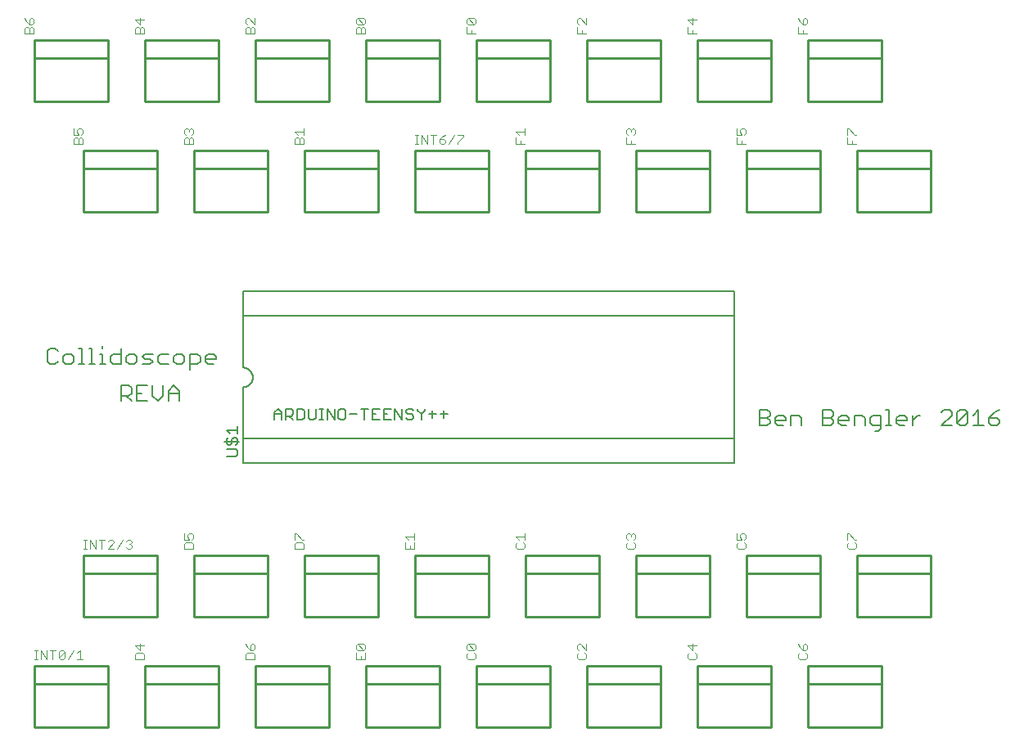
<source format=gto>

f@12: G75*
f@12: %MOIN*%
f@12: %OFA0B0*%
f@12: %FSLAX25Y25*%
f@12: %IPPOS*%
f@12: %LPD*%
f@12: %AMOC8*
f@12: 5,1,8,0,0,1.08239X$1,22.5*
f@12: %
f@12: %ADD10C,0.00600*%
f@12: %ADD11C,0.00500*%
f@12: %ADD12C,0.01000*%
f@12: %ADD13C,0.00400*%
f@12: D10*
f@12: X0111800Y0131800D02*
f@12: X0111800Y0141800D01*
f@12: X0111800Y0162800D01*
f@12: X0111926Y0162802D01*
f@12: X0112051Y0162808D01*
f@12: X0112176Y0162818D01*
f@12: X0112301Y0162832D01*
f@12: X0112426Y0162849D01*
f@12: X0112550Y0162871D01*
f@12: X0112673Y0162896D01*
f@12: X0112795Y0162926D01*
f@12: X0112916Y0162959D01*
f@12: X0113036Y0162996D01*
f@12: X0113155Y0163036D01*
f@12: X0113272Y0163081D01*
f@12: X0113389Y0163129D01*
f@12: X0113503Y0163181D01*
f@12: X0113616Y0163236D01*
f@12: X0113727Y0163295D01*
f@12: X0113836Y0163357D01*
f@12: X0113943Y0163423D01*
f@12: X0114048Y0163492D01*
f@12: X0114151Y0163564D01*
f@12: X0114252Y0163639D01*
f@12: X0114350Y0163718D01*
f@12: X0114445Y0163800D01*
f@12: X0114538Y0163884D01*
f@12: X0114628Y0163972D01*
f@12: X0114716Y0164062D01*
f@12: X0114800Y0164155D01*
f@12: X0114882Y0164250D01*
f@12: X0114961Y0164348D01*
f@12: X0115036Y0164449D01*
f@12: X0115108Y0164552D01*
f@12: X0115177Y0164657D01*
f@12: X0115243Y0164764D01*
f@12: X0115305Y0164873D01*
f@12: X0115364Y0164984D01*
f@12: X0115419Y0165097D01*
f@12: X0115471Y0165211D01*
f@12: X0115519Y0165328D01*
f@12: X0115564Y0165445D01*
f@12: X0115604Y0165564D01*
f@12: X0115641Y0165684D01*
f@12: X0115674Y0165805D01*
f@12: X0115704Y0165927D01*
f@12: X0115729Y0166050D01*
f@12: X0115751Y0166174D01*
f@12: X0115768Y0166299D01*
f@12: X0115782Y0166424D01*
f@12: X0115792Y0166549D01*
f@12: X0115798Y0166674D01*
f@12: X0115800Y0166800D01*
f@12: X0115798Y0166926D01*
f@12: X0115792Y0167051D01*
f@12: X0115782Y0167176D01*
f@12: X0115768Y0167301D01*
f@12: X0115751Y0167426D01*
f@12: X0115729Y0167550D01*
f@12: X0115704Y0167673D01*
f@12: X0115674Y0167795D01*
f@12: X0115641Y0167916D01*
f@12: X0115604Y0168036D01*
f@12: X0115564Y0168155D01*
f@12: X0115519Y0168272D01*
f@12: X0115471Y0168389D01*
f@12: X0115419Y0168503D01*
f@12: X0115364Y0168616D01*
f@12: X0115305Y0168727D01*
f@12: X0115243Y0168836D01*
f@12: X0115177Y0168943D01*
f@12: X0115108Y0169048D01*
f@12: X0115036Y0169151D01*
f@12: X0114961Y0169252D01*
f@12: X0114882Y0169350D01*
f@12: X0114800Y0169445D01*
f@12: X0114716Y0169538D01*
f@12: X0114628Y0169628D01*
f@12: X0114538Y0169716D01*
f@12: X0114445Y0169800D01*
f@12: X0114350Y0169882D01*
f@12: X0114252Y0169961D01*
f@12: X0114151Y0170036D01*
f@12: X0114048Y0170108D01*
f@12: X0113943Y0170177D01*
f@12: X0113836Y0170243D01*
f@12: X0113727Y0170305D01*
f@12: X0113616Y0170364D01*
f@12: X0113503Y0170419D01*
f@12: X0113389Y0170471D01*
f@12: X0113272Y0170519D01*
f@12: X0113155Y0170564D01*
f@12: X0113036Y0170604D01*
f@12: X0112916Y0170641D01*
f@12: X0112795Y0170674D01*
f@12: X0112673Y0170704D01*
f@12: X0112550Y0170729D01*
f@12: X0112426Y0170751D01*
f@12: X0112301Y0170768D01*
f@12: X0112176Y0170782D01*
f@12: X0112051Y0170792D01*
f@12: X0111926Y0170798D01*
f@12: X0111800Y0170800D01*
f@12: X0111800Y0191800D01*
f@12: X0311800Y0191800D01*
f@12: X0311800Y0141800D01*
f@12: X0311800Y0131800D01*
f@12: X0111800Y0131800D01*
f@12: X0111800Y0141800D02*
f@12: X0311800Y0141800D01*
f@12: X0322100Y0147100D02*
f@12: X0325303Y0147100D01*
f@12: X0326370Y0148168D01*
f@12: X0326370Y0149235D01*
f@12: X0325303Y0150303D01*
f@12: X0322100Y0150303D01*
f@12: X0322100Y0153505D02*
f@12: X0322100Y0147100D01*
f@12: X0325303Y0150303D02*
f@12: X0326370Y0151370D01*
f@12: X0326370Y0152438D01*
f@12: X0325303Y0153505D01*
f@12: X0322100Y0153505D01*
f@12: X0328545Y0150303D02*
f@12: X0328545Y0148168D01*
f@12: X0329613Y0147100D01*
f@12: X0331748Y0147100D01*
f@12: X0332816Y0149235D02*
f@12: X0328545Y0149235D01*
f@12: X0328545Y0150303D02*
f@12: X0329613Y0151370D01*
f@12: X0331748Y0151370D01*
f@12: X0332816Y0150303D01*
f@12: X0332816Y0149235D01*
f@12: X0334991Y0147100D02*
f@12: X0334991Y0151370D01*
f@12: X0338194Y0151370D01*
f@12: X0339261Y0150303D01*
f@12: X0339261Y0147100D01*
f@12: X0347882Y0147100D02*
f@12: X0347882Y0153505D01*
f@12: X0351085Y0153505D01*
f@12: X0352152Y0152438D01*
f@12: X0352152Y0151370D01*
f@12: X0351085Y0150303D01*
f@12: X0347882Y0150303D01*
f@12: X0351085Y0150303D02*
f@12: X0352152Y0149235D01*
f@12: X0352152Y0148168D01*
f@12: X0351085Y0147100D01*
f@12: X0347882Y0147100D01*
f@12: X0354327Y0148168D02*
f@12: X0354327Y0150303D01*
f@12: X0355395Y0151370D01*
f@12: X0357530Y0151370D01*
f@12: X0358598Y0150303D01*
f@12: X0358598Y0149235D01*
f@12: X0354327Y0149235D01*
f@12: X0354327Y0148168D02*
f@12: X0355395Y0147100D01*
f@12: X0357530Y0147100D01*
f@12: X0360773Y0147100D02*
f@12: X0360773Y0151370D01*
f@12: X0363976Y0151370D01*
f@12: X0365043Y0150303D01*
f@12: X0365043Y0147100D01*
f@12: X0367218Y0148168D02*
f@12: X0367218Y0150303D01*
f@12: X0368286Y0151370D01*
f@12: X0371489Y0151370D01*
f@12: X0371489Y0146032D01*
f@12: X0370421Y0144965D01*
f@12: X0369354Y0144965D01*
f@12: X0368286Y0147100D02*
f@12: X0371489Y0147100D01*
f@12: X0373664Y0147100D02*
f@12: X0375799Y0147100D01*
f@12: X0374732Y0147100D02*
f@12: X0374732Y0153505D01*
f@12: X0373664Y0153505D01*
f@12: X0377961Y0150303D02*
f@12: X0379029Y0151370D01*
f@12: X0381164Y0151370D01*
f@12: X0382231Y0150303D01*
f@12: X0382231Y0149235D01*
f@12: X0377961Y0149235D01*
f@12: X0377961Y0148168D02*
f@12: X0377961Y0150303D01*
f@12: X0377961Y0148168D02*
f@12: X0379029Y0147100D01*
f@12: X0381164Y0147100D01*
f@12: X0384406Y0147100D02*
f@12: X0384406Y0151370D01*
f@12: X0384406Y0149235D02*
f@12: X0386542Y0151370D01*
f@12: X0387609Y0151370D01*
f@12: X0396223Y0152438D02*
f@12: X0397291Y0153505D01*
f@12: X0399426Y0153505D01*
f@12: X0400494Y0152438D01*
f@12: X0400494Y0151370D01*
f@12: X0396223Y0147100D01*
f@12: X0400494Y0147100D01*
f@12: X0402669Y0148168D02*
f@12: X0406939Y0152438D01*
f@12: X0406939Y0148168D01*
f@12: X0405871Y0147100D01*
f@12: X0403736Y0147100D01*
f@12: X0402669Y0148168D01*
f@12: X0402669Y0152438D01*
f@12: X0403736Y0153505D01*
f@12: X0405871Y0153505D01*
f@12: X0406939Y0152438D01*
f@12: X0409114Y0151370D02*
f@12: X0411249Y0153505D01*
f@12: X0411249Y0147100D01*
f@12: X0409114Y0147100D02*
f@12: X0413385Y0147100D01*
f@12: X0415560Y0148168D02*
f@12: X0416627Y0147100D01*
f@12: X0418762Y0147100D01*
f@12: X0419830Y0148168D01*
f@12: X0419830Y0149235D01*
f@12: X0418762Y0150303D01*
f@12: X0415560Y0150303D01*
f@12: X0415560Y0148168D01*
f@12: X0415560Y0150303D02*
f@12: X0417695Y0152438D01*
f@12: X0419830Y0153505D01*
f@12: X0368286Y0147100D02*
f@12: X0367218Y0148168D01*
f@12: X0311800Y0191800D02*
f@12: X0311800Y0201800D01*
f@12: X0111800Y0201800D01*
f@12: X0111800Y0191800D01*
f@12: X0099758Y0176370D02*
f@12: X0097623Y0176370D01*
f@12: X0096555Y0175303D01*
f@12: X0096555Y0173168D01*
f@12: X0097623Y0172100D01*
f@12: X0099758Y0172100D01*
f@12: X0100825Y0174235D02*
f@12: X0096555Y0174235D01*
f@12: X0094380Y0173168D02*
f@12: X0093312Y0172100D01*
f@12: X0090109Y0172100D01*
f@12: X0090109Y0169965D02*
f@12: X0090109Y0176370D01*
f@12: X0093312Y0176370D01*
f@12: X0094380Y0175303D01*
f@12: X0094380Y0173168D01*
f@12: X0099758Y0176370D02*
f@12: X0100825Y0175303D01*
f@12: X0100825Y0174235D01*
f@12: X0087934Y0173168D02*
f@12: X0086867Y0172100D01*
f@12: X0084732Y0172100D01*
f@12: X0083664Y0173168D01*
f@12: X0083664Y0175303D01*
f@12: X0084732Y0176370D01*
f@12: X0086867Y0176370D01*
f@12: X0087934Y0175303D01*
f@12: X0087934Y0173168D01*
f@12: X0081489Y0172100D02*
f@12: X0078286Y0172100D01*
f@12: X0077218Y0173168D01*
f@12: X0077218Y0175303D01*
f@12: X0078286Y0176370D01*
f@12: X0081489Y0176370D01*
f@12: X0075043Y0176370D02*
f@12: X0071841Y0176370D01*
f@12: X0070773Y0175303D01*
f@12: X0071841Y0174235D01*
f@12: X0073976Y0174235D01*
f@12: X0075043Y0173168D01*
f@12: X0073976Y0172100D01*
f@12: X0070773Y0172100D01*
f@12: X0068598Y0173168D02*
f@12: X0068598Y0175303D01*
f@12: X0067530Y0176370D01*
f@12: X0065395Y0176370D01*
f@12: X0064327Y0175303D01*
f@12: X0064327Y0173168D01*
f@12: X0065395Y0172100D01*
f@12: X0067530Y0172100D01*
f@12: X0068598Y0173168D01*
f@12: X0062152Y0172100D02*
f@12: X0058950Y0172100D01*
f@12: X0057882Y0173168D01*
f@12: X0057882Y0175303D01*
f@12: X0058950Y0176370D01*
f@12: X0062152Y0176370D01*
f@12: X0062152Y0178505D02*
f@12: X0062152Y0172100D01*
f@12: X0055720Y0172100D02*
f@12: X0053585Y0172100D01*
f@12: X0054653Y0172100D02*
f@12: X0054653Y0176370D01*
f@12: X0053585Y0176370D01*
f@12: X0054653Y0178505D02*
f@12: X0054653Y0179573D01*
f@12: X0050356Y0178505D02*
f@12: X0050356Y0172100D01*
f@12: X0051423Y0172100D02*
f@12: X0049288Y0172100D01*
f@12: X0047126Y0172100D02*
f@12: X0044991Y0172100D01*
f@12: X0046059Y0172100D02*
f@12: X0046059Y0178505D01*
f@12: X0044991Y0178505D01*
f@12: X0042816Y0175303D02*
f@12: X0041748Y0176370D01*
f@12: X0039613Y0176370D01*
f@12: X0038545Y0175303D01*
f@12: X0038545Y0173168D01*
f@12: X0039613Y0172100D01*
f@12: X0041748Y0172100D01*
f@12: X0042816Y0173168D01*
f@12: X0042816Y0175303D01*
f@12: X0049288Y0178505D02*
f@12: X0050356Y0178505D01*
f@12: X0036370Y0177438D02*
f@12: X0035303Y0178505D01*
f@12: X0033168Y0178505D01*
f@12: X0032100Y0177438D01*
f@12: X0032100Y0173168D01*
f@12: X0033168Y0172100D01*
f@12: X0035303Y0172100D01*
f@12: X0036370Y0173168D01*
f@12: X0062100Y0163505D02*
f@12: X0062100Y0157100D01*
f@12: X0062100Y0159235D02*
f@12: X0065303Y0159235D01*
f@12: X0066370Y0160303D01*
f@12: X0066370Y0162438D01*
f@12: X0065303Y0163505D01*
f@12: X0062100Y0163505D01*
f@12: X0064235Y0159235D02*
f@12: X0066370Y0157100D01*
f@12: X0068545Y0157100D02*
f@12: X0072816Y0157100D01*
f@12: X0074991Y0159235D02*
f@12: X0077126Y0157100D01*
f@12: X0079261Y0159235D01*
f@12: X0079261Y0163505D01*
f@12: X0081436Y0161370D02*
f@12: X0083572Y0163505D01*
f@12: X0085707Y0161370D01*
f@12: X0085707Y0157100D01*
f@12: X0085707Y0160303D02*
f@12: X0081436Y0160303D01*
f@12: X0081436Y0161370D02*
f@12: X0081436Y0157100D01*
f@12: X0074991Y0159235D02*
f@12: X0074991Y0163505D01*
f@12: X0072816Y0163505D02*
f@12: X0068545Y0163505D01*
f@12: X0068545Y0157100D01*
f@12: X0068545Y0160303D02*
f@12: X0070681Y0160303D01*
f@12: D11*
f@12: X0105046Y0145259D02*
f@12: X0109550Y0145259D01*
f@12: X0109550Y0143758D02*
f@12: X0109550Y0146760D01*
f@12: X0106547Y0143758D02*
f@12: X0105046Y0145259D01*
f@12: X0105797Y0142156D02*
f@12: X0105046Y0141406D01*
f@12: X0105046Y0139905D01*
f@12: X0105797Y0139154D01*
f@12: X0106547Y0139154D01*
f@12: X0107298Y0139905D01*
f@12: X0107298Y0141406D01*
f@12: X0108049Y0142156D01*
f@12: X0108799Y0142156D01*
f@12: X0109550Y0141406D01*
f@12: X0109550Y0139905D01*
f@12: X0108799Y0139154D01*
f@12: X0108799Y0137553D02*
f@12: X0105046Y0137553D01*
f@12: X0105046Y0134550D02*
f@12: X0108799Y0134550D01*
f@12: X0109550Y0135301D01*
f@12: X0109550Y0136802D01*
f@12: X0108799Y0137553D01*
f@12: X0110301Y0140655D02*
f@12: X0104296Y0140655D01*
f@12: X0124550Y0149550D02*
f@12: X0124550Y0152553D01*
f@12: X0126051Y0154054D01*
f@12: X0127553Y0152553D01*
f@12: X0127553Y0149550D01*
f@12: X0129154Y0149550D02*
f@12: X0129154Y0154054D01*
f@12: X0131406Y0154054D01*
f@12: X0132156Y0153303D01*
f@12: X0132156Y0151802D01*
f@12: X0131406Y0151051D01*
f@12: X0129154Y0151051D01*
f@12: X0130655Y0151051D02*
f@12: X0132156Y0149550D01*
f@12: X0133758Y0149550D02*
f@12: X0136010Y0149550D01*
f@12: X0136760Y0150301D01*
f@12: X0136760Y0153303D01*
f@12: X0136010Y0154054D01*
f@12: X0133758Y0154054D01*
f@12: X0133758Y0149550D01*
f@12: X0138362Y0150301D02*
f@12: X0138362Y0154054D01*
f@12: X0141364Y0154054D02*
f@12: X0141364Y0150301D01*
f@12: X0140614Y0149550D01*
f@12: X0139112Y0149550D01*
f@12: X0138362Y0150301D01*
f@12: X0142966Y0149550D02*
f@12: X0144467Y0149550D01*
f@12: X0143716Y0149550D02*
f@12: X0143716Y0154054D01*
f@12: X0142966Y0154054D02*
f@12: X0144467Y0154054D01*
f@12: X0146035Y0154054D02*
f@12: X0146035Y0149550D01*
f@12: X0149038Y0149550D02*
f@12: X0146035Y0154054D01*
f@12: X0149038Y0154054D02*
f@12: X0149038Y0149550D01*
f@12: X0150639Y0150301D02*
f@12: X0151390Y0149550D01*
f@12: X0152891Y0149550D01*
f@12: X0153641Y0150301D01*
f@12: X0153641Y0153303D01*
f@12: X0152891Y0154054D01*
f@12: X0151390Y0154054D01*
f@12: X0150639Y0153303D01*
f@12: X0150639Y0150301D01*
f@12: X0155243Y0151802D02*
f@12: X0158245Y0151802D01*
f@12: X0159847Y0154054D02*
f@12: X0162849Y0154054D01*
f@12: X0161348Y0154054D02*
f@12: X0161348Y0149550D01*
f@12: X0164451Y0149550D02*
f@12: X0164451Y0154054D01*
f@12: X0167453Y0154054D01*
f@12: X0169055Y0154054D02*
f@12: X0169055Y0149550D01*
f@12: X0172057Y0149550D01*
f@12: X0173659Y0149550D02*
f@12: X0173659Y0154054D01*
f@12: X0176661Y0149550D01*
f@12: X0176661Y0154054D01*
f@12: X0178262Y0153303D02*
f@12: X0178262Y0152553D01*
f@12: X0179013Y0151802D01*
f@12: X0180514Y0151802D01*
f@12: X0181265Y0151051D01*
f@12: X0181265Y0150301D01*
f@12: X0180514Y0149550D01*
f@12: X0179013Y0149550D01*
f@12: X0178262Y0150301D01*
f@12: X0178262Y0153303D02*
f@12: X0179013Y0154054D01*
f@12: X0180514Y0154054D01*
f@12: X0181265Y0153303D01*
f@12: X0182866Y0153303D02*
f@12: X0184368Y0151802D01*
f@12: X0184368Y0149550D01*
f@12: X0184368Y0151802D02*
f@12: X0185869Y0153303D01*
f@12: X0185869Y0154054D01*
f@12: X0187470Y0151802D02*
f@12: X0190473Y0151802D01*
f@12: X0192074Y0151802D02*
f@12: X0195077Y0151802D01*
f@12: X0193576Y0153303D02*
f@12: X0193576Y0150301D01*
f@12: X0188972Y0150301D02*
f@12: X0188972Y0153303D01*
f@12: X0182866Y0153303D02*
f@12: X0182866Y0154054D01*
f@12: X0172057Y0154054D02*
f@12: X0169055Y0154054D01*
f@12: X0169055Y0151802D02*
f@12: X0170556Y0151802D01*
f@12: X0167453Y0149550D02*
f@12: X0164451Y0149550D01*
f@12: X0164451Y0151802D02*
f@12: X0165952Y0151802D01*
f@12: X0127553Y0151802D02*
f@12: X0124550Y0151802D01*
f@12: D12*
f@12: X0026800Y0041800D02*
f@12: X0026800Y0024300D01*
f@12: X0056800Y0024300D01*
f@12: X0056800Y0041800D01*
f@12: X0026800Y0041800D01*
f@12: X0026800Y0049300D01*
f@12: X0056800Y0049300D01*
f@12: X0056800Y0041800D01*
f@12: X0071800Y0041800D02*
f@12: X0101800Y0041800D01*
f@12: X0101800Y0024300D01*
f@12: X0071800Y0024300D01*
f@12: X0071800Y0041800D01*
f@12: X0071800Y0049300D01*
f@12: X0101800Y0049300D01*
f@12: X0101800Y0041800D01*
f@12: X0116800Y0041800D02*
f@12: X0146800Y0041800D01*
f@12: X0146800Y0024300D01*
f@12: X0116800Y0024300D01*
f@12: X0116800Y0041800D01*
f@12: X0116800Y0049300D01*
f@12: X0146800Y0049300D01*
f@12: X0146800Y0041800D01*
f@12: X0161800Y0041800D02*
f@12: X0191800Y0041800D01*
f@12: X0191800Y0024300D01*
f@12: X0161800Y0024300D01*
f@12: X0161800Y0041800D01*
f@12: X0161800Y0049300D01*
f@12: X0191800Y0049300D01*
f@12: X0191800Y0041800D01*
f@12: X0206800Y0041800D02*
f@12: X0236800Y0041800D01*
f@12: X0236800Y0024300D01*
f@12: X0206800Y0024300D01*
f@12: X0206800Y0041800D01*
f@12: X0206800Y0049300D01*
f@12: X0236800Y0049300D01*
f@12: X0236800Y0041800D01*
f@12: X0251800Y0041800D02*
f@12: X0281800Y0041800D01*
f@12: X0281800Y0024300D01*
f@12: X0251800Y0024300D01*
f@12: X0251800Y0041800D01*
f@12: X0251800Y0049300D01*
f@12: X0281800Y0049300D01*
f@12: X0281800Y0041800D01*
f@12: X0296800Y0041800D02*
f@12: X0326800Y0041800D01*
f@12: X0326800Y0024300D01*
f@12: X0296800Y0024300D01*
f@12: X0296800Y0041800D01*
f@12: X0296800Y0049300D01*
f@12: X0326800Y0049300D01*
f@12: X0326800Y0041800D01*
f@12: X0341800Y0041800D02*
f@12: X0371800Y0041800D01*
f@12: X0371800Y0024300D01*
f@12: X0341800Y0024300D01*
f@12: X0341800Y0041800D01*
f@12: X0341800Y0049300D01*
f@12: X0371800Y0049300D01*
f@12: X0371800Y0041800D01*
f@12: X0361800Y0069300D02*
f@12: X0361800Y0086800D01*
f@12: X0391800Y0086800D01*
f@12: X0391800Y0069300D01*
f@12: X0361800Y0069300D01*
f@12: X0346800Y0069300D02*
f@12: X0316800Y0069300D01*
f@12: X0316800Y0086800D01*
f@12: X0346800Y0086800D01*
f@12: X0346800Y0069300D01*
f@12: X0346800Y0086800D02*
f@12: X0346800Y0094300D01*
f@12: X0316800Y0094300D01*
f@12: X0316800Y0086800D01*
f@12: X0301800Y0086800D02*
f@12: X0271800Y0086800D01*
f@12: X0271800Y0094300D01*
f@12: X0301800Y0094300D01*
f@12: X0301800Y0086800D01*
f@12: X0301800Y0069300D01*
f@12: X0271800Y0069300D01*
f@12: X0271800Y0086800D01*
f@12: X0256800Y0086800D02*
f@12: X0226800Y0086800D01*
f@12: X0226800Y0094300D01*
f@12: X0256800Y0094300D01*
f@12: X0256800Y0086800D01*
f@12: X0256800Y0069300D01*
f@12: X0226800Y0069300D01*
f@12: X0226800Y0086800D01*
f@12: X0211800Y0086800D02*
f@12: X0181800Y0086800D01*
f@12: X0181800Y0094300D01*
f@12: X0211800Y0094300D01*
f@12: X0211800Y0086800D01*
f@12: X0211800Y0069300D01*
f@12: X0181800Y0069300D01*
f@12: X0181800Y0086800D01*
f@12: X0166800Y0086800D02*
f@12: X0136800Y0086800D01*
f@12: X0136800Y0094300D01*
f@12: X0166800Y0094300D01*
f@12: X0166800Y0086800D01*
f@12: X0166800Y0069300D01*
f@12: X0136800Y0069300D01*
f@12: X0136800Y0086800D01*
f@12: X0121800Y0086800D02*
f@12: X0091800Y0086800D01*
f@12: X0091800Y0094300D01*
f@12: X0121800Y0094300D01*
f@12: X0121800Y0086800D01*
f@12: X0121800Y0069300D01*
f@12: X0091800Y0069300D01*
f@12: X0091800Y0086800D01*
f@12: X0076800Y0086800D02*
f@12: X0046800Y0086800D01*
f@12: X0046800Y0094300D01*
f@12: X0076800Y0094300D01*
f@12: X0076800Y0086800D01*
f@12: X0076800Y0069300D01*
f@12: X0046800Y0069300D01*
f@12: X0046800Y0086800D01*
f@12: X0046800Y0234300D02*
f@12: X0046800Y0251800D01*
f@12: X0076800Y0251800D01*
f@12: X0076800Y0234300D01*
f@12: X0046800Y0234300D01*
f@12: X0046800Y0251800D02*
f@12: X0046800Y0259300D01*
f@12: X0076800Y0259300D01*
f@12: X0076800Y0251800D01*
f@12: X0091800Y0251800D02*
f@12: X0121800Y0251800D01*
f@12: X0121800Y0234300D01*
f@12: X0091800Y0234300D01*
f@12: X0091800Y0251800D01*
f@12: X0091800Y0259300D01*
f@12: X0121800Y0259300D01*
f@12: X0121800Y0251800D01*
f@12: X0136800Y0251800D02*
f@12: X0166800Y0251800D01*
f@12: X0166800Y0234300D01*
f@12: X0136800Y0234300D01*
f@12: X0136800Y0251800D01*
f@12: X0136800Y0259300D01*
f@12: X0166800Y0259300D01*
f@12: X0166800Y0251800D01*
f@12: X0181800Y0251800D02*
f@12: X0211800Y0251800D01*
f@12: X0211800Y0234300D01*
f@12: X0181800Y0234300D01*
f@12: X0181800Y0251800D01*
f@12: X0181800Y0259300D01*
f@12: X0211800Y0259300D01*
f@12: X0211800Y0251800D01*
f@12: X0226800Y0251800D02*
f@12: X0256800Y0251800D01*
f@12: X0256800Y0234300D01*
f@12: X0226800Y0234300D01*
f@12: X0226800Y0251800D01*
f@12: X0226800Y0259300D01*
f@12: X0256800Y0259300D01*
f@12: X0256800Y0251800D01*
f@12: X0271800Y0251800D02*
f@12: X0301800Y0251800D01*
f@12: X0301800Y0234300D01*
f@12: X0271800Y0234300D01*
f@12: X0271800Y0251800D01*
f@12: X0271800Y0259300D01*
f@12: X0301800Y0259300D01*
f@12: X0301800Y0251800D01*
f@12: X0316800Y0251800D02*
f@12: X0346800Y0251800D01*
f@12: X0346800Y0234300D01*
f@12: X0316800Y0234300D01*
f@12: X0316800Y0251800D01*
f@12: X0316800Y0259300D01*
f@12: X0346800Y0259300D01*
f@12: X0346800Y0251800D01*
f@12: X0361800Y0251800D02*
f@12: X0391800Y0251800D01*
f@12: X0391800Y0234300D01*
f@12: X0361800Y0234300D01*
f@12: X0361800Y0251800D01*
f@12: X0361800Y0259300D01*
f@12: X0391800Y0259300D01*
f@12: X0391800Y0251800D01*
f@12: X0371800Y0279300D02*
f@12: X0341800Y0279300D01*
f@12: X0341800Y0296800D01*
f@12: X0371800Y0296800D01*
f@12: X0371800Y0279300D01*
f@12: X0371800Y0296800D02*
f@12: X0371800Y0304300D01*
f@12: X0341800Y0304300D01*
f@12: X0341800Y0296800D01*
f@12: X0326800Y0296800D02*
f@12: X0296800Y0296800D01*
f@12: X0296800Y0304300D01*
f@12: X0326800Y0304300D01*
f@12: X0326800Y0296800D01*
f@12: X0326800Y0279300D01*
f@12: X0296800Y0279300D01*
f@12: X0296800Y0296800D01*
f@12: X0281800Y0296800D02*
f@12: X0251800Y0296800D01*
f@12: X0251800Y0304300D01*
f@12: X0281800Y0304300D01*
f@12: X0281800Y0296800D01*
f@12: X0281800Y0279300D01*
f@12: X0251800Y0279300D01*
f@12: X0251800Y0296800D01*
f@12: X0236800Y0296800D02*
f@12: X0206800Y0296800D01*
f@12: X0206800Y0304300D01*
f@12: X0236800Y0304300D01*
f@12: X0236800Y0296800D01*
f@12: X0236800Y0279300D01*
f@12: X0206800Y0279300D01*
f@12: X0206800Y0296800D01*
f@12: X0191800Y0296800D02*
f@12: X0161800Y0296800D01*
f@12: X0161800Y0304300D01*
f@12: X0191800Y0304300D01*
f@12: X0191800Y0296800D01*
f@12: X0191800Y0279300D01*
f@12: X0161800Y0279300D01*
f@12: X0161800Y0296800D01*
f@12: X0146800Y0296800D02*
f@12: X0116800Y0296800D01*
f@12: X0116800Y0304300D01*
f@12: X0146800Y0304300D01*
f@12: X0146800Y0296800D01*
f@12: X0146800Y0279300D01*
f@12: X0116800Y0279300D01*
f@12: X0116800Y0296800D01*
f@12: X0101800Y0296800D02*
f@12: X0071800Y0296800D01*
f@12: X0071800Y0304300D01*
f@12: X0101800Y0304300D01*
f@12: X0101800Y0296800D01*
f@12: X0101800Y0279300D01*
f@12: X0071800Y0279300D01*
f@12: X0071800Y0296800D01*
f@12: X0056800Y0296800D02*
f@12: X0026800Y0296800D01*
f@12: X0026800Y0304300D01*
f@12: X0056800Y0304300D01*
f@12: X0056800Y0296800D01*
f@12: X0056800Y0279300D01*
f@12: X0026800Y0279300D01*
f@12: X0026800Y0296800D01*
f@12: X0361800Y0094300D02*
f@12: X0361800Y0086800D01*
f@12: X0361800Y0094300D02*
f@12: X0391800Y0094300D01*
f@12: X0391800Y0086800D01*
f@12: D13*
f@12: X0361600Y0097601D02*
f@12: X0361600Y0098802D01*
f@12: X0360999Y0099402D01*
f@12: X0360999Y0100683D02*
f@12: X0361600Y0100683D01*
f@12: X0360999Y0100683D02*
f@12: X0358597Y0103085D01*
f@12: X0357997Y0103085D01*
f@12: X0357997Y0100683D01*
f@12: X0358597Y0099402D02*
f@12: X0357997Y0098802D01*
f@12: X0357997Y0097601D01*
f@12: X0358597Y0097000D01*
f@12: X0360999Y0097000D01*
f@12: X0361600Y0097601D01*
f@12: X0340999Y0058085D02*
f@12: X0340399Y0058085D01*
f@12: X0339798Y0057485D01*
f@12: X0339798Y0055683D01*
f@12: X0340999Y0055683D01*
f@12: X0341600Y0056284D01*
f@12: X0341600Y0057485D01*
f@12: X0340999Y0058085D01*
f@12: X0338597Y0056884D02*
f@12: X0339798Y0055683D01*
f@12: X0338597Y0056884D02*
f@12: X0337997Y0058085D01*
f@12: X0338597Y0054402D02*
f@12: X0337997Y0053802D01*
f@12: X0337997Y0052601D01*
f@12: X0338597Y0052000D01*
f@12: X0340999Y0052000D01*
f@12: X0341600Y0052601D01*
f@12: X0341600Y0053802D01*
f@12: X0340999Y0054402D01*
f@12: X0296600Y0053802D02*
f@12: X0295999Y0054402D01*
f@12: X0296600Y0053802D02*
f@12: X0296600Y0052601D01*
f@12: X0295999Y0052000D01*
f@12: X0293597Y0052000D01*
f@12: X0292997Y0052601D01*
f@12: X0292997Y0053802D01*
f@12: X0293597Y0054402D01*
f@12: X0294798Y0055683D02*
f@12: X0294798Y0058085D01*
f@12: X0292997Y0057485D02*
f@12: X0294798Y0055683D01*
f@12: X0292997Y0057485D02*
f@12: X0296600Y0057485D01*
f@12: X0251600Y0058085D02*
f@12: X0251600Y0055683D01*
f@12: X0249198Y0058085D01*
f@12: X0248597Y0058085D01*
f@12: X0247997Y0057485D01*
f@12: X0247997Y0056284D01*
f@12: X0248597Y0055683D01*
f@12: X0248597Y0054402D02*
f@12: X0247997Y0053802D01*
f@12: X0247997Y0052601D01*
f@12: X0248597Y0052000D01*
f@12: X0250999Y0052000D01*
f@12: X0251600Y0052601D01*
f@12: X0251600Y0053802D01*
f@12: X0250999Y0054402D01*
f@12: X0206600Y0053802D02*
f@12: X0205999Y0054402D01*
f@12: X0206600Y0053802D02*
f@12: X0206600Y0052601D01*
f@12: X0205999Y0052000D01*
f@12: X0203597Y0052000D01*
f@12: X0202997Y0052601D01*
f@12: X0202997Y0053802D01*
f@12: X0203597Y0054402D01*
f@12: X0203597Y0055683D02*
f@12: X0202997Y0056284D01*
f@12: X0202997Y0057485D01*
f@12: X0203597Y0058085D01*
f@12: X0205999Y0055683D01*
f@12: X0206600Y0056284D01*
f@12: X0206600Y0057485D01*
f@12: X0205999Y0058085D01*
f@12: X0203597Y0058085D01*
f@12: X0203597Y0055683D02*
f@12: X0205999Y0055683D01*
f@12: X0161600Y0056284D02*
f@12: X0160999Y0055683D01*
f@12: X0158597Y0058085D01*
f@12: X0160999Y0058085D01*
f@12: X0161600Y0057485D01*
f@12: X0161600Y0056284D01*
f@12: X0160999Y0055683D02*
f@12: X0158597Y0055683D01*
f@12: X0157997Y0056284D01*
f@12: X0157997Y0057485D01*
f@12: X0158597Y0058085D01*
f@12: X0157997Y0054402D02*
f@12: X0157997Y0052000D01*
f@12: X0161600Y0052000D01*
f@12: X0161600Y0054402D01*
f@12: X0159798Y0053201D02*
f@12: X0159798Y0052000D01*
f@12: X0116600Y0052000D02*
f@12: X0116600Y0053802D01*
f@12: X0115999Y0054402D01*
f@12: X0113597Y0054402D01*
f@12: X0112997Y0053802D01*
f@12: X0112997Y0052000D01*
f@12: X0116600Y0052000D01*
f@12: X0115999Y0055683D02*
f@12: X0116600Y0056284D01*
f@12: X0116600Y0057485D01*
f@12: X0115999Y0058085D01*
f@12: X0115399Y0058085D01*
f@12: X0114798Y0057485D01*
f@12: X0114798Y0055683D01*
f@12: X0115999Y0055683D01*
f@12: X0114798Y0055683D02*
f@12: X0113597Y0056884D01*
f@12: X0112997Y0058085D01*
f@12: X0071600Y0057485D02*
f@12: X0067997Y0057485D01*
f@12: X0069798Y0055683D01*
f@12: X0069798Y0058085D01*
f@12: X0068597Y0054402D02*
f@12: X0067997Y0053802D01*
f@12: X0067997Y0052000D01*
f@12: X0071600Y0052000D01*
f@12: X0071600Y0053802D01*
f@12: X0070999Y0054402D01*
f@12: X0068597Y0054402D01*
f@12: X0046590Y0052000D02*
f@12: X0044188Y0052000D01*
f@12: X0045389Y0052000D02*
f@12: X0045389Y0055603D01*
f@12: X0044188Y0054402D01*
f@12: X0042907Y0055603D02*
f@12: X0040505Y0052000D01*
f@12: X0039224Y0052601D02*
f@12: X0038623Y0052000D01*
f@12: X0037422Y0052000D01*
f@12: X0036822Y0052601D01*
f@12: X0039224Y0055003D01*
f@12: X0039224Y0052601D01*
f@12: X0039224Y0055003D02*
f@12: X0038623Y0055603D01*
f@12: X0037422Y0055603D01*
f@12: X0036822Y0055003D01*
f@12: X0036822Y0052601D01*
f@12: X0034340Y0052000D02*
f@12: X0034340Y0055603D01*
f@12: X0033139Y0055603D02*
f@12: X0035541Y0055603D01*
f@12: X0031857Y0055603D02*
f@12: X0031857Y0052000D01*
f@12: X0029455Y0055603D01*
f@12: X0029455Y0052000D01*
f@12: X0028201Y0052000D02*
f@12: X0027000Y0052000D01*
f@12: X0027601Y0052000D02*
f@12: X0027601Y0055603D01*
f@12: X0028201Y0055603D02*
f@12: X0027000Y0055603D01*
f@12: X0047000Y0097000D02*
f@12: X0048201Y0097000D01*
f@12: X0047601Y0097000D02*
f@12: X0047601Y0100603D01*
f@12: X0048201Y0100603D02*
f@12: X0047000Y0100603D01*
f@12: X0049455Y0100603D02*
f@12: X0051857Y0097000D01*
f@12: X0051857Y0100603D01*
f@12: X0053139Y0100603D02*
f@12: X0055541Y0100603D01*
f@12: X0054340Y0100603D02*
f@12: X0054340Y0097000D01*
f@12: X0056822Y0097000D02*
f@12: X0059224Y0099402D01*
f@12: X0059224Y0100003D01*
f@12: X0058623Y0100603D01*
f@12: X0057422Y0100603D01*
f@12: X0056822Y0100003D01*
f@12: X0056822Y0097000D02*
f@12: X0059224Y0097000D01*
f@12: X0060505Y0097000D02*
f@12: X0062907Y0100603D01*
f@12: X0064188Y0100003D02*
f@12: X0064789Y0100603D01*
f@12: X0065990Y0100603D01*
f@12: X0066590Y0100003D01*
f@12: X0066590Y0099402D01*
f@12: X0065990Y0098802D01*
f@12: X0066590Y0098201D01*
f@12: X0066590Y0097601D01*
f@12: X0065990Y0097000D01*
f@12: X0064789Y0097000D01*
f@12: X0064188Y0097601D01*
f@12: X0065389Y0098802D02*
f@12: X0065990Y0098802D01*
f@12: X0049455Y0097000D02*
f@12: X0049455Y0100603D01*
f@12: X0087997Y0100683D02*
f@12: X0089798Y0100683D01*
f@12: X0089198Y0101884D01*
f@12: X0089198Y0102485D01*
f@12: X0089798Y0103085D01*
f@12: X0090999Y0103085D01*
f@12: X0091600Y0102485D01*
f@12: X0091600Y0101284D01*
f@12: X0090999Y0100683D01*
f@12: X0090999Y0099402D02*
f@12: X0088597Y0099402D01*
f@12: X0087997Y0098802D01*
f@12: X0087997Y0097000D01*
f@12: X0091600Y0097000D01*
f@12: X0091600Y0098802D01*
f@12: X0090999Y0099402D01*
f@12: X0087997Y0100683D02*
f@12: X0087997Y0103085D01*
f@12: X0132997Y0103085D02*
f@12: X0132997Y0100683D01*
f@12: X0133597Y0099402D02*
f@12: X0132997Y0098802D01*
f@12: X0132997Y0097000D01*
f@12: X0136600Y0097000D01*
f@12: X0136600Y0098802D01*
f@12: X0135999Y0099402D01*
f@12: X0133597Y0099402D01*
f@12: X0135999Y0100683D02*
f@12: X0136600Y0100683D01*
f@12: X0135999Y0100683D02*
f@12: X0133597Y0103085D01*
f@12: X0132997Y0103085D01*
f@12: X0177997Y0101884D02*
f@12: X0181600Y0101884D01*
f@12: X0181600Y0100683D02*
f@12: X0181600Y0103085D01*
f@12: X0179198Y0100683D02*
f@12: X0177997Y0101884D01*
f@12: X0177997Y0099402D02*
f@12: X0177997Y0097000D01*
f@12: X0181600Y0097000D01*
f@12: X0181600Y0099402D01*
f@12: X0179798Y0098201D02*
f@12: X0179798Y0097000D01*
f@12: X0222997Y0097601D02*
f@12: X0223597Y0097000D01*
f@12: X0225999Y0097000D01*
f@12: X0226600Y0097601D01*
f@12: X0226600Y0098802D01*
f@12: X0225999Y0099402D01*
f@12: X0226600Y0100683D02*
f@12: X0226600Y0103085D01*
f@12: X0226600Y0101884D02*
f@12: X0222997Y0101884D01*
f@12: X0224198Y0100683D01*
f@12: X0223597Y0099402D02*
f@12: X0222997Y0098802D01*
f@12: X0222997Y0097601D01*
f@12: X0267997Y0097601D02*
f@12: X0268597Y0097000D01*
f@12: X0270999Y0097000D01*
f@12: X0271600Y0097601D01*
f@12: X0271600Y0098802D01*
f@12: X0270999Y0099402D01*
f@12: X0270999Y0100683D02*
f@12: X0271600Y0101284D01*
f@12: X0271600Y0102485D01*
f@12: X0270999Y0103085D01*
f@12: X0270399Y0103085D01*
f@12: X0269798Y0102485D01*
f@12: X0269798Y0101884D01*
f@12: X0269798Y0102485D02*
f@12: X0269198Y0103085D01*
f@12: X0268597Y0103085D01*
f@12: X0267997Y0102485D01*
f@12: X0267997Y0101284D01*
f@12: X0268597Y0100683D01*
f@12: X0268597Y0099402D02*
f@12: X0267997Y0098802D01*
f@12: X0267997Y0097601D01*
f@12: X0312997Y0097601D02*
f@12: X0313597Y0097000D01*
f@12: X0315999Y0097000D01*
f@12: X0316600Y0097601D01*
f@12: X0316600Y0098802D01*
f@12: X0315999Y0099402D01*
f@12: X0315999Y0100683D02*
f@12: X0316600Y0101284D01*
f@12: X0316600Y0102485D01*
f@12: X0315999Y0103085D01*
f@12: X0314798Y0103085D01*
f@12: X0314198Y0102485D01*
f@12: X0314198Y0101884D01*
f@12: X0314798Y0100683D01*
f@12: X0312997Y0100683D01*
f@12: X0312997Y0103085D01*
f@12: X0313597Y0099402D02*
f@12: X0312997Y0098802D01*
f@12: X0312997Y0097601D01*
f@12: X0312997Y0262000D02*
f@12: X0312997Y0264402D01*
f@12: X0312997Y0265683D02*
f@12: X0314798Y0265683D01*
f@12: X0314198Y0266884D01*
f@12: X0314198Y0267485D01*
f@12: X0314798Y0268085D01*
f@12: X0315999Y0268085D01*
f@12: X0316600Y0267485D01*
f@12: X0316600Y0266284D01*
f@12: X0315999Y0265683D01*
f@12: X0314798Y0263201D02*
f@12: X0314798Y0262000D01*
f@12: X0312997Y0262000D02*
f@12: X0316600Y0262000D01*
f@12: X0312997Y0265683D02*
f@12: X0312997Y0268085D01*
f@12: X0271600Y0267485D02*
f@12: X0271600Y0266284D01*
f@12: X0270999Y0265683D01*
f@12: X0269798Y0266884D02*
f@12: X0269798Y0267485D01*
f@12: X0270399Y0268085D01*
f@12: X0270999Y0268085D01*
f@12: X0271600Y0267485D01*
f@12: X0269798Y0267485D02*
f@12: X0269198Y0268085D01*
f@12: X0268597Y0268085D01*
f@12: X0267997Y0267485D01*
f@12: X0267997Y0266284D01*
f@12: X0268597Y0265683D01*
f@12: X0267997Y0264402D02*
f@12: X0267997Y0262000D01*
f@12: X0271600Y0262000D01*
f@12: X0269798Y0262000D02*
f@12: X0269798Y0263201D01*
f@12: X0226600Y0262000D02*
f@12: X0222997Y0262000D01*
f@12: X0222997Y0264402D01*
f@12: X0224198Y0265683D02*
f@12: X0222997Y0266884D01*
f@12: X0226600Y0266884D01*
f@12: X0226600Y0265683D02*
f@12: X0226600Y0268085D01*
f@12: X0224798Y0263201D02*
f@12: X0224798Y0262000D01*
f@12: X0201590Y0265003D02*
f@12: X0199188Y0262601D01*
f@12: X0199188Y0262000D01*
f@12: X0199188Y0265603D02*
f@12: X0201590Y0265603D01*
f@12: X0201590Y0265003D01*
f@12: X0197907Y0265603D02*
f@12: X0195505Y0262000D01*
f@12: X0194224Y0262601D02*
f@12: X0194224Y0263201D01*
f@12: X0193623Y0263802D01*
f@12: X0191822Y0263802D01*
f@12: X0191822Y0262601D01*
f@12: X0192422Y0262000D01*
f@12: X0193623Y0262000D01*
f@12: X0194224Y0262601D01*
f@12: X0193023Y0265003D02*
f@12: X0191822Y0263802D01*
f@12: X0193023Y0265003D02*
f@12: X0194224Y0265603D01*
f@12: X0190541Y0265603D02*
f@12: X0188139Y0265603D01*
f@12: X0189340Y0265603D02*
f@12: X0189340Y0262000D01*
f@12: X0186857Y0262000D02*
f@12: X0186857Y0265603D01*
f@12: X0184455Y0265603D02*
f@12: X0186857Y0262000D01*
f@12: X0184455Y0262000D02*
f@12: X0184455Y0265603D01*
f@12: X0183201Y0265603D02*
f@12: X0182000Y0265603D01*
f@12: X0182601Y0265603D02*
f@12: X0182601Y0262000D01*
f@12: X0183201Y0262000D02*
f@12: X0182000Y0262000D01*
f@12: X0136600Y0262000D02*
f@12: X0136600Y0263802D01*
f@12: X0135999Y0264402D01*
f@12: X0135399Y0264402D01*
f@12: X0134798Y0263802D01*
f@12: X0134798Y0262000D01*
f@12: X0132997Y0262000D02*
f@12: X0132997Y0263802D01*
f@12: X0133597Y0264402D01*
f@12: X0134198Y0264402D01*
f@12: X0134798Y0263802D01*
f@12: X0134198Y0265683D02*
f@12: X0132997Y0266884D01*
f@12: X0136600Y0266884D01*
f@12: X0136600Y0265683D02*
f@12: X0136600Y0268085D01*
f@12: X0136600Y0262000D02*
f@12: X0132997Y0262000D01*
f@12: X0091600Y0262000D02*
f@12: X0091600Y0263802D01*
f@12: X0090999Y0264402D01*
f@12: X0090399Y0264402D01*
f@12: X0089798Y0263802D01*
f@12: X0089798Y0262000D01*
f@12: X0087997Y0262000D02*
f@12: X0091600Y0262000D01*
f@12: X0089798Y0263802D02*
f@12: X0089198Y0264402D01*
f@12: X0088597Y0264402D01*
f@12: X0087997Y0263802D01*
f@12: X0087997Y0262000D01*
f@12: X0088597Y0265683D02*
f@12: X0087997Y0266284D01*
f@12: X0087997Y0267485D01*
f@12: X0088597Y0268085D01*
f@12: X0089198Y0268085D01*
f@12: X0089798Y0267485D01*
f@12: X0090399Y0268085D01*
f@12: X0090999Y0268085D01*
f@12: X0091600Y0267485D01*
f@12: X0091600Y0266284D01*
f@12: X0090999Y0265683D01*
f@12: X0089798Y0266884D02*
f@12: X0089798Y0267485D01*
f@12: X0046600Y0267485D02*
f@12: X0046600Y0266284D01*
f@12: X0045999Y0265683D01*
f@12: X0044798Y0265683D02*
f@12: X0044198Y0266884D01*
f@12: X0044198Y0267485D01*
f@12: X0044798Y0268085D01*
f@12: X0045999Y0268085D01*
f@12: X0046600Y0267485D01*
f@12: X0044798Y0265683D02*
f@12: X0042997Y0265683D01*
f@12: X0042997Y0268085D01*
f@12: X0043597Y0264402D02*
f@12: X0044198Y0264402D01*
f@12: X0044798Y0263802D01*
f@12: X0044798Y0262000D01*
f@12: X0042997Y0262000D02*
f@12: X0042997Y0263802D01*
f@12: X0043597Y0264402D01*
f@12: X0044798Y0263802D02*
f@12: X0045399Y0264402D01*
f@12: X0045999Y0264402D01*
f@12: X0046600Y0263802D01*
f@12: X0046600Y0262000D01*
f@12: X0042997Y0262000D01*
f@12: X0026600Y0307000D02*
f@12: X0022997Y0307000D01*
f@12: X0022997Y0308802D01*
f@12: X0023597Y0309402D01*
f@12: X0024198Y0309402D01*
f@12: X0024798Y0308802D01*
f@12: X0024798Y0307000D01*
f@12: X0024798Y0308802D02*
f@12: X0025399Y0309402D01*
f@12: X0025999Y0309402D01*
f@12: X0026600Y0308802D01*
f@12: X0026600Y0307000D01*
f@12: X0025999Y0310683D02*
f@12: X0024798Y0310683D01*
f@12: X0024798Y0312485D01*
f@12: X0025399Y0313085D01*
f@12: X0025999Y0313085D01*
f@12: X0026600Y0312485D01*
f@12: X0026600Y0311284D01*
f@12: X0025999Y0310683D01*
f@12: X0024798Y0310683D02*
f@12: X0023597Y0311884D01*
f@12: X0022997Y0313085D01*
f@12: X0067997Y0312485D02*
f@12: X0069798Y0310683D01*
f@12: X0069798Y0313085D01*
f@12: X0067997Y0312485D02*
f@12: X0071600Y0312485D01*
f@12: X0070999Y0309402D02*
f@12: X0071600Y0308802D01*
f@12: X0071600Y0307000D01*
f@12: X0067997Y0307000D01*
f@12: X0067997Y0308802D01*
f@12: X0068597Y0309402D01*
f@12: X0069198Y0309402D01*
f@12: X0069798Y0308802D01*
f@12: X0069798Y0307000D01*
f@12: X0069798Y0308802D02*
f@12: X0070399Y0309402D01*
f@12: X0070999Y0309402D01*
f@12: X0112997Y0308802D02*
f@12: X0112997Y0307000D01*
f@12: X0116600Y0307000D01*
f@12: X0116600Y0308802D01*
f@12: X0115999Y0309402D01*
f@12: X0115399Y0309402D01*
f@12: X0114798Y0308802D01*
f@12: X0114798Y0307000D01*
f@12: X0114798Y0308802D02*
f@12: X0114198Y0309402D01*
f@12: X0113597Y0309402D01*
f@12: X0112997Y0308802D01*
f@12: X0113597Y0310683D02*
f@12: X0112997Y0311284D01*
f@12: X0112997Y0312485D01*
f@12: X0113597Y0313085D01*
f@12: X0114198Y0313085D01*
f@12: X0116600Y0310683D01*
f@12: X0116600Y0313085D01*
f@12: X0157997Y0312485D02*
f@12: X0157997Y0311284D01*
f@12: X0158597Y0310683D01*
f@12: X0160999Y0310683D01*
f@12: X0158597Y0313085D01*
f@12: X0160999Y0313085D01*
f@12: X0161600Y0312485D01*
f@12: X0161600Y0311284D01*
f@12: X0160999Y0310683D01*
f@12: X0160999Y0309402D02*
f@12: X0161600Y0308802D01*
f@12: X0161600Y0307000D01*
f@12: X0157997Y0307000D01*
f@12: X0157997Y0308802D01*
f@12: X0158597Y0309402D01*
f@12: X0159198Y0309402D01*
f@12: X0159798Y0308802D01*
f@12: X0159798Y0307000D01*
f@12: X0159798Y0308802D02*
f@12: X0160399Y0309402D01*
f@12: X0160999Y0309402D01*
f@12: X0157997Y0312485D02*
f@12: X0158597Y0313085D01*
f@12: X0202997Y0312485D02*
f@12: X0202997Y0311284D01*
f@12: X0203597Y0310683D01*
f@12: X0205999Y0310683D01*
f@12: X0203597Y0313085D01*
f@12: X0205999Y0313085D01*
f@12: X0206600Y0312485D01*
f@12: X0206600Y0311284D01*
f@12: X0205999Y0310683D01*
f@12: X0204798Y0308201D02*
f@12: X0204798Y0307000D01*
f@12: X0202997Y0307000D02*
f@12: X0206600Y0307000D01*
f@12: X0202997Y0307000D02*
f@12: X0202997Y0309402D01*
f@12: X0202997Y0312485D02*
f@12: X0203597Y0313085D01*
f@12: X0247997Y0312485D02*
f@12: X0247997Y0311284D01*
f@12: X0248597Y0310683D01*
f@12: X0247997Y0309402D02*
f@12: X0247997Y0307000D01*
f@12: X0251600Y0307000D01*
f@12: X0249798Y0307000D02*
f@12: X0249798Y0308201D01*
f@12: X0251600Y0310683D02*
f@12: X0249198Y0313085D01*
f@12: X0248597Y0313085D01*
f@12: X0247997Y0312485D01*
f@12: X0251600Y0313085D02*
f@12: X0251600Y0310683D01*
f@12: X0292997Y0309402D02*
f@12: X0292997Y0307000D01*
f@12: X0296600Y0307000D01*
f@12: X0294798Y0307000D02*
f@12: X0294798Y0308201D01*
f@12: X0294798Y0310683D02*
f@12: X0294798Y0313085D01*
f@12: X0292997Y0312485D02*
f@12: X0296600Y0312485D01*
f@12: X0294798Y0310683D02*
f@12: X0292997Y0312485D01*
f@12: X0337997Y0313085D02*
f@12: X0338597Y0311884D01*
f@12: X0339798Y0310683D01*
f@12: X0339798Y0312485D01*
f@12: X0340399Y0313085D01*
f@12: X0340999Y0313085D01*
f@12: X0341600Y0312485D01*
f@12: X0341600Y0311284D01*
f@12: X0340999Y0310683D01*
f@12: X0339798Y0310683D01*
f@12: X0337997Y0309402D02*
f@12: X0337997Y0307000D01*
f@12: X0341600Y0307000D01*
f@12: X0339798Y0307000D02*
f@12: X0339798Y0308201D01*
f@12: X0357997Y0268085D02*
f@12: X0358597Y0268085D01*
f@12: X0360999Y0265683D01*
f@12: X0361600Y0265683D01*
f@12: X0359798Y0263201D02*
f@12: X0359798Y0262000D01*
f@12: X0357997Y0262000D02*
f@12: X0357997Y0264402D01*
f@12: X0357997Y0265683D02*
f@12: X0357997Y0268085D01*
f@12: X0357997Y0262000D02*
f@12: X0361600Y0262000D01*
f@12: M02*





</source>
